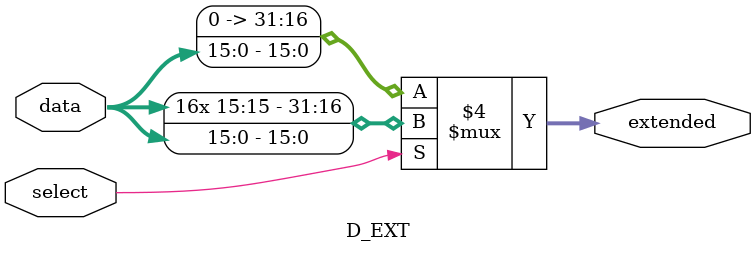
<source format=v>
`timescale 1ns / 1ps
module D_EXT(
    input wire [15:0] data,
    input wire select,
    output reg [31:0] extended
    );

always @(*)begin

    if(~select)begin

        extended = {16'b0,data};

    end

    else begin

        extended = {{16{data[15]}},data};

    end

end

endmodule
`default_nettype none
</source>
